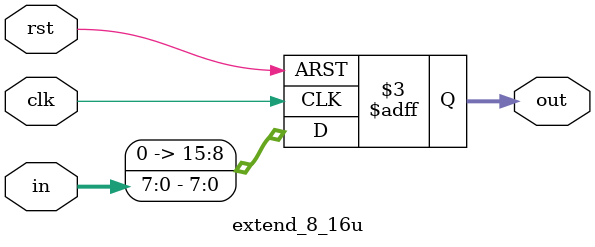
<source format=v>
  
`timescale 1ps/1ps

module extend_8_16u (rst, clk, in, out);

    input rst, clk;
    input [7:0] in;
    output [15:0] out;
    reg [15:0] out;

        always @ (negedge rst or posedge clk) begin
          if(!rst) begin
                out <= #1 16'h0000;
          end else
                out <= #1 in;
          end
endmodule

</source>
